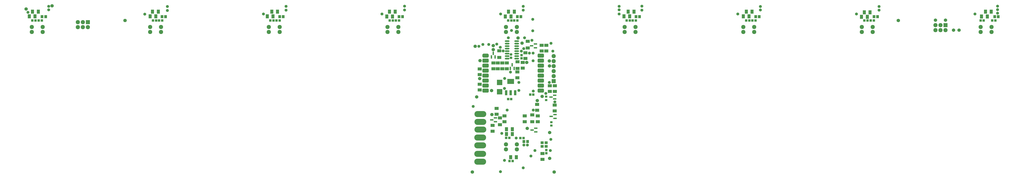
<source format=gbs>
G04 Layer_Color=16711935*
%FSLAX25Y25*%
%MOIN*%
G70*
G01*
G75*
%ADD53R,0.06312X0.05524*%
%ADD54R,0.04737X0.04737*%
%ADD55R,0.07887X0.05918*%
%ADD57C,0.08280*%
%ADD58R,0.08280X0.08280*%
%ADD59R,0.08280X0.08280*%
%ADD60C,0.06800*%
%ADD61O,0.23600X0.12200*%
G04:AMPARAMS|DCode=62|XSize=82.8mil|YSize=126.11mil|CornerRadius=22.7mil|HoleSize=0mil|Usage=FLASHONLY|Rotation=90.000|XOffset=0mil|YOffset=0mil|HoleType=Round|Shape=RoundedRectangle|*
%AMROUNDEDRECTD62*
21,1,0.08280,0.08071,0,0,90.0*
21,1,0.03740,0.12611,0,0,90.0*
1,1,0.04540,0.04035,0.01870*
1,1,0.04540,0.04035,-0.01870*
1,1,0.04540,-0.04035,-0.01870*
1,1,0.04540,-0.04035,0.01870*
%
%ADD62ROUNDEDRECTD62*%
G04:AMPARAMS|DCode=63|XSize=82.8mil|YSize=126.11mil|CornerRadius=0mil|HoleSize=0mil|Usage=FLASHONLY|Rotation=90.000|XOffset=0mil|YOffset=0mil|HoleType=Round|Shape=Octagon|*
%AMOCTAGOND63*
4,1,8,-0.06305,-0.02070,-0.06305,0.02070,-0.04235,0.04140,0.04235,0.04140,0.06305,0.02070,0.06305,-0.02070,0.04235,-0.04140,-0.04235,-0.04140,-0.06305,-0.02070,0.0*
%
%ADD63OCTAGOND63*%

%ADD64C,0.05800*%
%ADD65C,0.05300*%
%ADD66R,0.04737X0.04343*%
%ADD67R,0.03162X0.06706*%
%ADD68O,0.09461X0.03162*%
%ADD69R,0.06706X0.03162*%
%ADD70R,0.04737X0.10249*%
%ADD71R,0.13792X0.10249*%
%ADD72R,0.05918X0.07887*%
%ADD73R,0.05524X0.06312*%
%ADD74R,0.04737X0.04737*%
%ADD75C,0.06706*%
%ADD76R,0.10800X0.10800*%
%ADD77R,0.07887X0.06312*%
D53*
X1045500Y-183657D02*
D03*
Y-190743D02*
D03*
X1053500Y-183657D02*
D03*
Y-190743D02*
D03*
D54*
X1054000Y-204650D02*
D03*
Y-198350D02*
D03*
X1004500Y-14499D02*
D03*
Y-8200D02*
D03*
D55*
X921300Y-35691D02*
D03*
Y-47109D02*
D03*
X921200Y-78009D02*
D03*
Y-66591D02*
D03*
X1046300Y-205291D02*
D03*
Y-216709D02*
D03*
X1071000Y-69491D02*
D03*
Y-80909D02*
D03*
X1061000D02*
D03*
Y-69491D02*
D03*
X1054100Y83D02*
D03*
Y11500D02*
D03*
X1044600Y11509D02*
D03*
Y91D02*
D03*
X1012300Y-3491D02*
D03*
Y-14909D02*
D03*
X1007000Y-34209D02*
D03*
Y-22791D02*
D03*
X975200Y-23991D02*
D03*
Y-35409D02*
D03*
X966300Y-23991D02*
D03*
Y-35409D02*
D03*
X957400D02*
D03*
Y-23991D02*
D03*
X948500D02*
D03*
Y-35409D02*
D03*
X996300Y-53409D02*
D03*
Y-41991D02*
D03*
X1035500Y-106991D02*
D03*
Y-118409D02*
D03*
X1070500Y-108291D02*
D03*
Y-119709D02*
D03*
X947000Y-148991D02*
D03*
Y-160409D02*
D03*
X970500Y-141409D02*
D03*
Y-129991D02*
D03*
X955000Y-114991D02*
D03*
Y-126409D02*
D03*
X1037000Y-129991D02*
D03*
Y-141409D02*
D03*
X1011000D02*
D03*
Y-129991D02*
D03*
D57*
X1446197Y38249D02*
D03*
Y48249D02*
D03*
X1467851D02*
D03*
Y38249D02*
D03*
X1682417D02*
D03*
Y48249D02*
D03*
X1704071D02*
D03*
Y38249D02*
D03*
X1849000Y41800D02*
D03*
X1839000Y51800D02*
D03*
Y41800D02*
D03*
X1829000Y51800D02*
D03*
Y41800D02*
D03*
X1919000Y38249D02*
D03*
Y48249D02*
D03*
X1940654D02*
D03*
Y38249D02*
D03*
X1068500Y-50200D02*
D03*
Y-40200D02*
D03*
Y-30200D02*
D03*
Y-20200D02*
D03*
Y-10200D02*
D03*
X973771Y-196700D02*
D03*
Y-186700D02*
D03*
X995425D02*
D03*
Y-196700D02*
D03*
X1209976Y38249D02*
D03*
Y48249D02*
D03*
X1231630D02*
D03*
Y38249D02*
D03*
X973771D02*
D03*
Y48249D02*
D03*
X995425D02*
D03*
Y38249D02*
D03*
X737535D02*
D03*
Y48249D02*
D03*
X759189D02*
D03*
Y38249D02*
D03*
X501315D02*
D03*
Y48249D02*
D03*
X522969D02*
D03*
Y38249D02*
D03*
X265094D02*
D03*
Y48249D02*
D03*
X286748D02*
D03*
Y38249D02*
D03*
X29246Y38292D02*
D03*
Y48292D02*
D03*
X50900D02*
D03*
Y38292D02*
D03*
X141000Y47800D02*
D03*
X131000Y57800D02*
D03*
Y47800D02*
D03*
X121000Y57800D02*
D03*
Y47800D02*
D03*
D58*
X1849000Y51800D02*
D03*
X141000Y57800D02*
D03*
D59*
X1068500Y-60200D02*
D03*
D60*
X1755000Y61000D02*
D03*
X215000D02*
D03*
X1069600Y-242300D02*
D03*
X906600D02*
D03*
D61*
X922300Y-221500D02*
D03*
Y-205900D02*
D03*
Y-188800D02*
D03*
Y-173200D02*
D03*
X922500Y-126100D02*
D03*
Y-141700D02*
D03*
Y-157300D02*
D03*
D62*
X1042900Y-79100D02*
D03*
Y-69100D02*
D03*
Y-59100D02*
D03*
Y-49100D02*
D03*
Y-39100D02*
D03*
Y-29100D02*
D03*
Y-19100D02*
D03*
Y-9100D02*
D03*
X932901Y-79100D02*
D03*
Y-69100D02*
D03*
Y-59100D02*
D03*
Y-49100D02*
D03*
Y-39100D02*
D03*
Y-29100D02*
D03*
Y-19100D02*
D03*
D63*
Y-9100D02*
D03*
D64*
X948200Y10700D02*
D03*
X970500Y-219000D02*
D03*
X1026900Y40600D02*
D03*
X1025200Y21500D02*
D03*
X1026900Y63400D02*
D03*
X1063400Y15500D02*
D03*
X1067100Y-200D02*
D03*
X1020300Y-4200D02*
D03*
X1027700D02*
D03*
X1198900Y89400D02*
D03*
X1199000Y82500D02*
D03*
X21729Y77571D02*
D03*
X915300Y-92000D02*
D03*
X908400Y-110845D02*
D03*
X939400Y13200D02*
D03*
X927600D02*
D03*
X978400Y26500D02*
D03*
X984500Y41000D02*
D03*
X1010500Y26400D02*
D03*
X997600Y26100D02*
D03*
X1023300Y-210100D02*
D03*
X1031200Y-199200D02*
D03*
X976000Y-118200D02*
D03*
X919700Y9500D02*
D03*
X912200D02*
D03*
X1876000Y41800D02*
D03*
X1027700Y-19683D02*
D03*
X999400Y-78800D02*
D03*
Y-62900D02*
D03*
X994000Y-174200D02*
D03*
X1060500Y-214700D02*
D03*
Y-163200D02*
D03*
X1028000Y-118200D02*
D03*
X1062000Y-199200D02*
D03*
X1063000Y-176700D02*
D03*
X1009100Y4700D02*
D03*
X1004200Y-300D02*
D03*
X955300Y13800D02*
D03*
X962400Y7500D02*
D03*
X968100Y0D02*
D03*
X982500Y-42200D02*
D03*
X1028000Y-80200D02*
D03*
X971000Y-54700D02*
D03*
X970500Y-74700D02*
D03*
X1035900Y-99324D02*
D03*
X1070900Y-101716D02*
D03*
X1059900Y-62824D02*
D03*
X1052900Y-84824D02*
D03*
X1009400Y-188324D02*
D03*
X1016400D02*
D03*
X965200Y-164824D02*
D03*
X1007900Y-233824D02*
D03*
X962800Y-241424D02*
D03*
X17900Y84000D02*
D03*
X1716700Y89276D02*
D03*
Y81976D02*
D03*
X1671600Y74076D02*
D03*
X535600Y89576D02*
D03*
X1952500Y75800D02*
D03*
X1907500Y74076D02*
D03*
X1952600Y82976D02*
D03*
Y89876D02*
D03*
X1435300Y74176D02*
D03*
X1480400Y82076D02*
D03*
Y89276D02*
D03*
X1199100Y74076D02*
D03*
X1244200Y81976D02*
D03*
Y89676D02*
D03*
X962900Y74076D02*
D03*
X1008000Y81976D02*
D03*
Y89576D02*
D03*
X726700Y74176D02*
D03*
X771800Y82076D02*
D03*
Y89776D02*
D03*
X490500Y74176D02*
D03*
X535600Y81776D02*
D03*
X254300Y73776D02*
D03*
X299400Y81076D02*
D03*
Y89076D02*
D03*
X62900Y89400D02*
D03*
Y82600D02*
D03*
D65*
X983800Y-13400D02*
D03*
X983700Y-7000D02*
D03*
D66*
X1053500Y-98046D02*
D03*
Y-91353D02*
D03*
X1063900Y-142654D02*
D03*
Y-149346D02*
D03*
D67*
X948400Y-4460D02*
D03*
X944660Y-11940D02*
D03*
X952140D02*
D03*
X986100Y-27360D02*
D03*
X982360Y-34840D02*
D03*
X989840D02*
D03*
D68*
X995000Y19800D02*
D03*
Y14800D02*
D03*
Y9800D02*
D03*
Y4800D02*
D03*
Y-200D02*
D03*
Y-5200D02*
D03*
Y-10200D02*
D03*
Y-15200D02*
D03*
X976102Y19800D02*
D03*
Y14800D02*
D03*
Y9800D02*
D03*
Y4800D02*
D03*
Y-200D02*
D03*
Y-5200D02*
D03*
Y-10200D02*
D03*
Y-15200D02*
D03*
D69*
X1024700Y10360D02*
D03*
X1032180Y6620D02*
D03*
Y14100D02*
D03*
X1063260Y-92200D02*
D03*
X1070740Y-95940D02*
D03*
Y-88460D02*
D03*
X1063760Y-131000D02*
D03*
X1071240Y-134740D02*
D03*
Y-127260D02*
D03*
X945260Y-137700D02*
D03*
X952740Y-141440D02*
D03*
Y-133960D02*
D03*
X1025500Y-158200D02*
D03*
X1032980Y-161940D02*
D03*
Y-154460D02*
D03*
D70*
X992055Y-83617D02*
D03*
X983000D02*
D03*
X973945D02*
D03*
D71*
X983000Y-60783D02*
D03*
D72*
X974791Y-156400D02*
D03*
X986209D02*
D03*
X974791Y-166100D02*
D03*
X986209D02*
D03*
X982891Y-212400D02*
D03*
X994309D02*
D03*
X1928591Y78900D02*
D03*
X1940009D02*
D03*
X1920791Y69100D02*
D03*
X1932209D02*
D03*
X1681783Y68500D02*
D03*
X1693200D02*
D03*
X1687191Y77400D02*
D03*
X1698609D02*
D03*
X1446391Y69600D02*
D03*
X1457809D02*
D03*
X1452391Y78900D02*
D03*
X1463809D02*
D03*
X1217091D02*
D03*
X1228509D02*
D03*
X1208691Y69600D02*
D03*
X1220109D02*
D03*
X978791Y78800D02*
D03*
X990209D02*
D03*
X972291Y69300D02*
D03*
X983709D02*
D03*
X741691Y78900D02*
D03*
X753109D02*
D03*
X736383Y69300D02*
D03*
X747800D02*
D03*
X507283Y78900D02*
D03*
X518700D02*
D03*
X498291Y69600D02*
D03*
X509709D02*
D03*
X269791Y78900D02*
D03*
X281209D02*
D03*
X264891Y69600D02*
D03*
X276309D02*
D03*
X24291D02*
D03*
X35709D02*
D03*
X30800Y78900D02*
D03*
X42217D02*
D03*
D73*
X1016543Y-181200D02*
D03*
X1009457D02*
D03*
X1947057Y68700D02*
D03*
X1954143D02*
D03*
X1706557D02*
D03*
X1713643D02*
D03*
X1470857D02*
D03*
X1477943D02*
D03*
X1232700D02*
D03*
X1239787D02*
D03*
X996357D02*
D03*
X1003443D02*
D03*
X760657D02*
D03*
X767743D02*
D03*
X523057D02*
D03*
X530143D02*
D03*
X288557D02*
D03*
X295643D02*
D03*
X49757D02*
D03*
X56843D02*
D03*
D74*
X1008750Y-174100D02*
D03*
X1002450D02*
D03*
X980350Y-174000D02*
D03*
X974050D02*
D03*
X987050Y-220100D02*
D03*
X980750D02*
D03*
X1925150Y61200D02*
D03*
X1918850D02*
D03*
X1687400Y61100D02*
D03*
X1693699D02*
D03*
X1452150Y61200D02*
D03*
X1458450D02*
D03*
X1214000D02*
D03*
X1220299D02*
D03*
X977950D02*
D03*
X984250D02*
D03*
X742150D02*
D03*
X748450D02*
D03*
X504350D02*
D03*
X510650D02*
D03*
X1028150Y-87200D02*
D03*
X1021850D02*
D03*
X977850Y-96200D02*
D03*
X984150D02*
D03*
X1948450Y61200D02*
D03*
X1942150D02*
D03*
X49350Y61200D02*
D03*
X43050D02*
D03*
X288950D02*
D03*
X282650D02*
D03*
X523050D02*
D03*
X516750D02*
D03*
X760600D02*
D03*
X754301D02*
D03*
X996450D02*
D03*
X990150D02*
D03*
X1232450D02*
D03*
X1226150D02*
D03*
X1470599D02*
D03*
X1464300D02*
D03*
X1706250D02*
D03*
X1699950D02*
D03*
X270550Y61200D02*
D03*
X276850D02*
D03*
X30350D02*
D03*
X36650D02*
D03*
D75*
X17900Y84000D02*
D03*
X1045500Y-90700D02*
D03*
X922000Y-19200D02*
D03*
X945000Y-79200D02*
D03*
X1060500Y-214700D02*
D03*
Y-163100D02*
D03*
X1060100Y-19700D02*
D03*
X1060300Y-29700D02*
D03*
X915300Y-92000D02*
D03*
X921300Y-55200D02*
D03*
X1005700Y15800D02*
D03*
X945500Y-127200D02*
D03*
X1876000Y41800D02*
D03*
X1829000Y61800D02*
D03*
X1865000Y41800D02*
D03*
X1849000Y61800D02*
D03*
X948200Y2800D02*
D03*
X912200Y9500D02*
D03*
X948200Y10700D02*
D03*
X1015000Y-23000D02*
D03*
X997600Y26016D02*
D03*
X1036000Y-99200D02*
D03*
X1016000Y-154700D02*
D03*
X69600Y90400D02*
D03*
D76*
X961000Y-81450D02*
D03*
Y-62950D02*
D03*
D77*
X1017000Y19493D02*
D03*
Y6107D02*
D03*
X961500Y-134007D02*
D03*
Y-147393D02*
D03*
X960200Y-12993D02*
D03*
Y393D02*
D03*
X996500Y-34893D02*
D03*
Y-21507D02*
D03*
X1026000Y-128007D02*
D03*
Y-141393D02*
D03*
M02*

</source>
